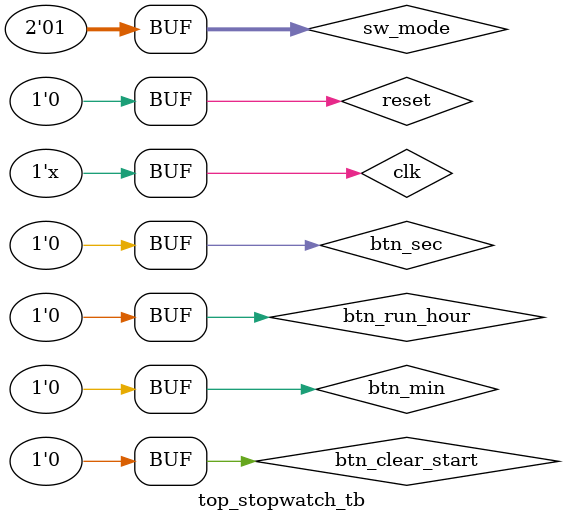
<source format=v>
`timescale 1ns / 1ps

module top_stopwatch_tb;
    reg clk;
    reg reset;
    reg btn_run_hour;
    reg btn_clear_start;
    reg btn_sec;
    reg btn_min;
    reg [1:0] sw_mode;
    wire [3:0] fnd_comm;
    wire [7:0] fnd_font;
    wire [3:0] led;
    
    
    top_stopwatch UUT (
        .clk(clk),
        .reset(reset),
        .btn_run_hour(btn_run_hour),
        .btn_clear_start(btn_clear_start),
        .btn_sec(btn_sec),
        .btn_min(btn_min),
        .sw_mode(sw_mode),
        .fnd_comm(fnd_comm),
        .fnd_font(fnd_font),
        .led(led)
    );
  
    // Clock generation
    always #0.05 clk = ~clk;
    
    initial begin
        // Initialize signals
        clk = 0;
        reset = 1;
        btn_run_hour = 0;
        btn_clear_start = 0;
        btn_sec = 0;
        btn_min = 0;
        sw_mode = 2'b01;
        
        // Reset pulse
        #100 reset = 0;
        
        // Wait some time
        #10000;
        
        // Start         watch by pressing btn_clear_start
        btn_run_hour = 1;
          #100000;
        btn_run_hour = 0;
        #1000000;
        btn_run_hour = 1;
          #1000000;
        btn_run_hour = 0;
        #100000;
        btn_clear_start = 1;
        #100000;
        btn_clear_start = 0;  
        
       

        // Finish simulation
        #100;

    end
endmodule

</source>
